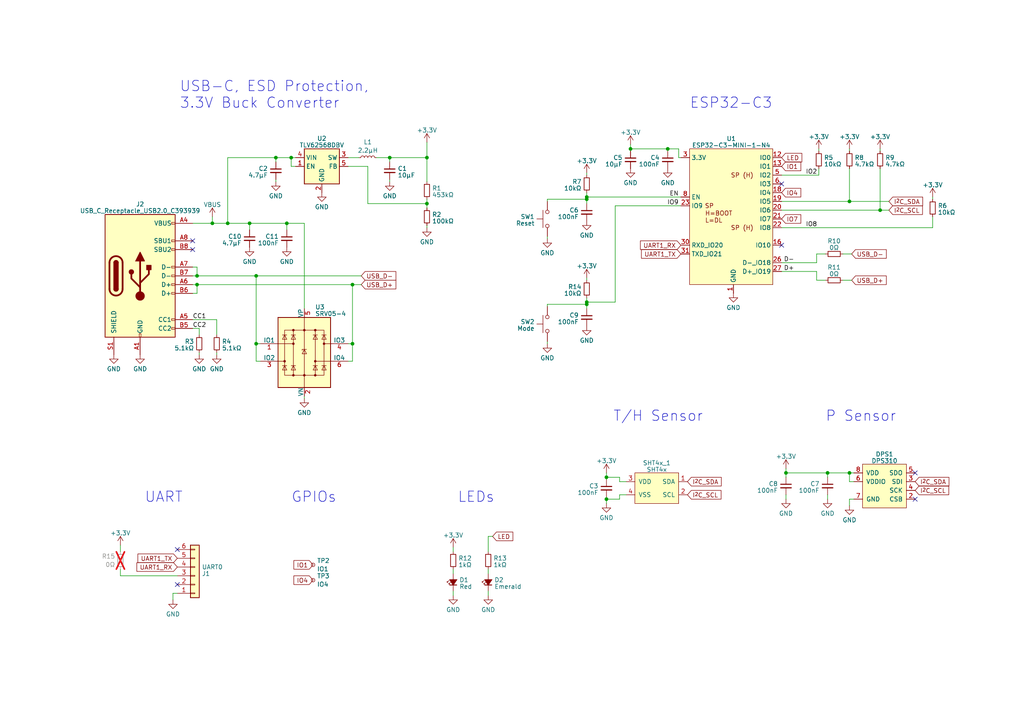
<source format=kicad_sch>
(kicad_sch (version 20230121) (generator eeschema)
  (paper "A4")
  (title_block (title "Klimafaktoren") (rev "A"))
  (lib_symbols
    (symbol "Connector:TestPoint_Small" (pin_numbers hide) (pin_names (offset 0.762) hide)
      (property "Reference" "TP" (at 0 3.81 0))
      (property "Value" "TestPoint_Small" (at 0 2.032 0))
      (symbol "TestPoint_Small_0_1"
        (circle (center 0 0) (radius 0.508))
      )
      (symbol "TestPoint_Small_1_1"
        (pin passive line (at 0 0 90) (length 0) (name "1") (number "1"))
      )
    )
    (symbol "Connector_Generic:Conn_01x06" (pin_names (offset 1.016) hide)
      (property "Reference" "J" (at 0 7.62 0))
      (property "Value" "Conn_01x06" (at 0 -10.16 0))
      (symbol "Conn_01x06_1_1"
        (rectangle (start -1.27 -7.493) (end 0 -7.747) (stroke (width 0.1524)))
        (rectangle (start -1.27 -4.953) (end 0 -5.207) (stroke (width 0.1524)))
        (rectangle (start -1.27 -2.413) (end 0 -2.667) (stroke (width 0.1524)))
        (rectangle (start -1.27 0.127) (end 0 -0.127) (stroke (width 0.1524)))
        (rectangle (start -1.27 2.667) (end 0 2.413) (stroke (width 0.1524)))
        (rectangle (start -1.27 5.207) (end 0 4.953) (stroke (width 0.1524)))
        (rectangle (start -1.27 6.35) (end 1.27 -8.89) (stroke (width 0.254)) (fill (type background)))
        (pin passive line (at -5.08 5.08 0) (length 3.81) (name "Pin_1") (number "1"))
        (pin passive line (at -5.08 2.54 0) (length 3.81) (name "Pin_2") (number "2"))
        (pin passive line (at -5.08 0 0) (length 3.81) (name "Pin_3") (number "3"))
        (pin passive line (at -5.08 -2.54 0) (length 3.81) (name "Pin_4") (number "4"))
        (pin passive line (at -5.08 -5.08 0) (length 3.81) (name "Pin_5") (number "5"))
        (pin passive line (at -5.08 -7.62 0) (length 3.81) (name "Pin_6") (number "6"))
      )
    )
    (symbol "Device:C_Small" (pin_numbers hide) (pin_names (offset 0.254) hide)
      (property "Reference" "C" (at 0.254 1.778 0))
      (property "Value" "C_Small" (at 0.254 -2.032 0))
      (symbol "C_Small_0_1"
        (polyline (pts (xy -1.524 -0.508) (xy 1.524 -0.508)) (stroke (width 0.3302)))
        (polyline (pts (xy -1.524 0.508) (xy 1.524 0.508)) (stroke (width 0.3048)))
      )
      (symbol "C_Small_1_1"
        (pin passive line (at 0 2.54 270) (length 2.032) (name "~") (number "1"))
        (pin passive line (at 0 -2.54 90) (length 2.032) (name "~") (number "2"))
      )
    )
    (symbol "Device:LED_Small_Filled" (pin_numbers hide) (pin_names (offset 0.254) hide)
      (property "Reference" "D" (at -1.27 3.175 0))
      (property "Value" "LED_Small_Filled" (at -4.445 -2.54 0))
      (symbol "LED_Small_Filled_0_1"
        (polyline (pts (xy -0.762 -1.016) (xy -0.762 1.016)) (stroke (width 0.254)))
        (polyline (pts (xy 1.016 0) (xy -0.762 0)))
        (polyline (pts (xy 0.762 -1.016) (xy -0.762 0) (xy 0.762 1.016) (xy 0.762 -1.016)) (stroke (width 0.254)) (fill (type outline)))
        (polyline (pts (xy 0 0.762) (xy -0.508 1.27) (xy -0.254 1.27) (xy -0.508 1.27) (xy -0.508 1.016)))
        (polyline (pts (xy 0.508 1.27) (xy 0 1.778) (xy 0.254 1.778) (xy 0 1.778) (xy 0 1.524)))
      )
      (symbol "LED_Small_Filled_1_1"
        (pin passive line (at -2.54 0 0) (length 1.778) (name "K") (number "1"))
        (pin passive line (at 2.54 0 180) (length 1.778) (name "A") (number "2"))
      )
    )
    (symbol "Device:L_Small" (pin_numbers hide) (pin_names (offset 0.254) hide)
      (property "Reference" "L" (at 0.762 1.016 0))
      (property "Value" "L_Small" (at 0.762 -1.016 0))
      (symbol "L_Small_0_1"
        (arc (start 0 -2.032) (mid 0.5058 -1.524) (end 0 -1.016))
        (arc (start 0 -1.016) (mid 0.5058 -0.508) (end 0 0))
        (arc (start 0 0) (mid 0.5058 0.508) (end 0 1.016))
        (arc (start 0 1.016) (mid 0.5058 1.524) (end 0 2.032))
      )
      (symbol "L_Small_1_1"
        (pin passive line (at 0 2.54 270) (length 0.508) (name "~") (number "1"))
        (pin passive line (at 0 -2.54 90) (length 0.508) (name "~") (number "2"))
      )
    )
    (symbol "Device:R_Small" (pin_numbers hide) (pin_names (offset 0.254) hide)
      (property "Reference" "R" (at 0.762 0.508 0))
      (property "Value" "R_Small" (at 0.762 -1.016 0))
      (symbol "R_Small_0_1"
        (rectangle (start -0.762 1.778) (end 0.762 -1.778) (stroke (width 0.2032)))
      )
      (symbol "R_Small_1_1"
        (pin passive line (at 0 2.54 270) (length 0.762) (name "~") (number "1"))
        (pin passive line (at 0 -2.54 90) (length 0.762) (name "~") (number "2"))
      )
    )
    (symbol "Franz-Lib:DPS310" (pin_names (offset 1.016))
      (property "Reference" "DPS" (at 0 7.62 0))
      (property "Value" "DPS310" (at 0 -7.62 0))
      (symbol "DPS310_0_1"
        (rectangle (start -6.35 6.35) (end 6.35 -6.35) (fill (type background)))
      )
      (symbol "DPS310_1_1"
        (pin power_in line (at -8.89 -3.81 0) (length 2.54) hide (name "GND") (number "1"))
        (pin input line (at 8.89 -3.81 180) (length 2.54) (name "CSB") (number "2"))
        (pin input line (at 8.89 1.27 180) (length 2.54) (name "SDI") (number "3"))
        (pin input line (at 8.89 -1.27 180) (length 2.54) (name "SCK") (number "4"))
        (pin output line (at 8.89 3.81 180) (length 2.54) (name "SDO") (number "5"))
        (pin power_in line (at -8.89 1.27 0) (length 2.54) (name "VDDIO") (number "6"))
        (pin power_in line (at -8.89 -3.81 0) (length 2.54) (name "GND") (number "7"))
        (pin power_in line (at -8.89 3.81 0) (length 2.54) (name "VDD") (number "8"))
      )
    )
    (symbol "Franz-Lib:ESP32-C3-MINI-1-N4"
      (property "Reference" "U" (at 0 21.59 0))
      (property "Value" "ESP32-C3-MINI-1-N4" (at 0 19.05 0))
      (symbol "ESP32-C3-MINI-1-N4_0_0"
        (rectangle (start -12.7 16.51) (end 11.43 -22.86) (stroke (width 0.1524)) (fill (type background)))
      )
      (symbol "ESP32-C3-MINI-1-N4_1_0"
        (text "H=BOOT\nL=DL" (at -8.255 -3.175 0) (effects (font (size 1.27 1.27)) (justify left)))
        (text "SP" (at -6.985 0 0) (effects (font (size 1.27 1.27))))
        (text "SP (H)" (at 2.54 -6.35 0) (effects (font (size 1.27 1.27))))
        (text "SP (H)" (at 2.54 8.89 0) (effects (font (size 1.27 1.27))))
      )
      (symbol "ESP32-C3-MINI-1-N4_1_1"
        (pin power_in line (at 0 -25.4 90) (length 2.54) (name "GND") (number "1"))
        (pin no_connect line (at 6.35 -22.86 90) (length 2.54) hide (name "NC") (number "10"))
        (pin power_in line (at 0 -25.4 90) (length 2.54) hide (name "GND") (number "11"))
        (pin bidirectional line (at 13.97 13.97 180) (length 2.54) (name "IO0") (number "12"))
        (pin bidirectional line (at 13.97 11.43 180) (length 2.54) (name "IO1") (number "13"))
        (pin power_in line (at 0 -25.4 90) (length 2.54) hide (name "GND") (number "14"))
        (pin no_connect line (at 7.62 -22.86 90) (length 2.54) hide (name "NC") (number "15"))
        (pin bidirectional line (at 13.97 -11.43 180) (length 2.54) (name "IO10") (number "16"))
        (pin no_connect line (at 8.89 -22.86 90) (length 2.54) hide (name "NC") (number "17"))
        (pin bidirectional line (at 13.97 3.81 180) (length 2.54) (name "IO4") (number "18"))
        (pin bidirectional line (at 13.97 1.27 180) (length 2.54) (name "IO5") (number "19"))
        (pin power_in line (at 0 -25.4 90) (length 2.54) hide (name "GND") (number "2"))
        (pin bidirectional line (at 13.97 -1.27 180) (length 2.54) (name "IO6") (number "20"))
        (pin bidirectional line (at 13.97 -3.81 180) (length 2.54) (name "IO7") (number "21"))
        (pin bidirectional line (at 13.97 -6.35 180) (length 2.54) (name "IO8") (number "22"))
        (pin bidirectional line (at -15.24 0 0) (length 2.54) (name "IO9") (number "23"))
        (pin no_connect line (at 10.16 -22.86 90) (length 2.54) hide (name "NC") (number "24"))
        (pin no_connect line (at -10.16 -22.86 90) (length 2.54) hide (name "NC") (number "25"))
        (pin bidirectional line (at 13.97 -16.51 180) (length 2.54) (name "D-_IO18") (number "26"))
        (pin bidirectional line (at 13.97 -19.05 180) (length 2.54) (name "D+_IO19") (number "27"))
        (pin no_connect line (at -8.89 -22.86 90) (length 2.54) hide (name "NC") (number "28"))
        (pin no_connect line (at -7.62 -22.86 90) (length 2.54) hide (name "NC") (number "29"))
        (pin power_in line (at -15.24 13.97 0) (length 2.54) (name "3.3V") (number "3"))
        (pin bidirectional line (at -15.24 -11.43 0) (length 2.54) (name "RXD_IO20") (number "30"))
        (pin bidirectional line (at -15.24 -13.97 0) (length 2.54) (name "TXD_IO21") (number "31"))
        (pin no_connect line (at -6.35 -22.86 90) (length 2.54) hide (name "32") (number "32"))
        (pin no_connect line (at -5.08 -22.86 90) (length 2.54) hide (name "32") (number "33"))
        (pin no_connect line (at -3.81 -22.86 90) (length 2.54) hide (name "34") (number "34"))
        (pin no_connect line (at -2.54 -22.86 90) (length 2.54) hide (name "34") (number "35"))
        (pin no_connect line (at 2.54 -22.86 90) (length 2.54) hide (name "NC") (number "4"))
        (pin power_in line (at 0 -25.4 90) (length 2.54) hide (name "GND") (number "49"))
        (pin bidirectional line (at 13.97 8.89 180) (length 2.54) (name "IO2") (number "5"))
        (pin bidirectional line (at 13.97 6.35 180) (length 2.54) (name "IO3") (number "6"))
        (pin no_connect line (at 3.81 -22.86 90) (length 2.54) hide (name "NC") (number "7"))
        (pin input line (at -15.24 2.54 0) (length 2.54) (name "EN") (number "8"))
        (pin no_connect line (at 5.08 -22.86 90) (length 2.54) hide (name "NC") (number "9"))
      )
    )
    (symbol "Franz-Lib:SHT4x" (pin_names (offset 1.016))
      (property "Reference" "SHT4x_" (at 0 6.35 0))
      (property "Value" "SHT4x" (at 0 -5.08 0))
      (property "Footprint" "Franz-Lib:Sensirion_SHT4x" (at 0 0 0))
      (property "Datasheet" "https://www.mouser.de/datasheet/2/682/Sensirion_10272020_Datasheet_SHT4x-1919523.pdf" (at 0 0 0))
      (symbol "SHT4x_0_1"
        (rectangle (start -6.35 5.08) (end 6.35 -3.81) (fill (type background)))
      )
      (symbol "SHT4x_1_1"
        (pin bidirectional line (at 8.89 2.54 180) (length 2.54) (name "SDA") (number "1"))
        (pin input line (at 8.89 -1.27 180) (length 2.54) (name "SCL") (number "2"))
        (pin power_in line (at -8.89 2.54 0) (length 2.54) (name "VDD") (number "3"))
        (pin power_in line (at -8.89 -1.27 0) (length 2.54) (name "VSS") (number "4"))
      )
    )
    (symbol "Franz-Lib:USB_C_Receptacle_USB2.0_C393939" (pin_names (offset 1.016))
      (property "Reference" "J" (at -10.16 19.05 0))
      (property "Value" "USB_C_Receptacle_USB2.0_C393939" (at 19.05 19.05 0))
      (symbol "USB_C_Receptacle_USB2.0_C393939_0_0"
        (rectangle (start -0.254 -17.78) (end 0.254 -16.764))
        (rectangle (start 10.16 -14.986) (end 9.144 -15.494))
        (rectangle (start 10.16 -12.446) (end 9.144 -12.954))
        (rectangle (start 10.16 -4.826) (end 9.144 -5.334))
        (rectangle (start 10.16 -2.286) (end 9.144 -2.794))
        (rectangle (start 10.16 0.254) (end 9.144 -0.254))
        (rectangle (start 10.16 2.794) (end 9.144 2.286))
        (rectangle (start 10.16 7.874) (end 9.144 7.366))
        (rectangle (start 10.16 10.414) (end 9.144 9.906))
        (rectangle (start 10.16 15.494) (end 9.144 14.986))
      )
      (symbol "USB_C_Receptacle_USB2.0_C393939_0_1"
        (rectangle (start -10.16 17.78) (end 10.16 -17.78) (stroke (width 0.254)) (fill (type background)))
        (arc (start -8.89 -3.81) (mid -6.985 -5.7067) (end -5.08 -3.81) (stroke (width 0.508)))
        (arc (start -7.62 -3.81) (mid -6.985 -4.4423) (end -6.35 -3.81) (stroke (width 0.254)))
        (arc (start -7.62 -3.81) (mid -6.985 -4.4423) (end -6.35 -3.81) (stroke (width 0.254)) (fill (type outline)))
        (rectangle (start -7.62 -3.81) (end -6.35 3.81) (stroke (width 0.254)) (fill (type outline)))
        (arc (start -6.35 3.81) (mid -6.985 4.4423) (end -7.62 3.81) (stroke (width 0.254)))
        (arc (start -6.35 3.81) (mid -6.985 4.4423) (end -7.62 3.81) (stroke (width 0.254)) (fill (type outline)))
        (arc (start -5.08 3.81) (mid -6.985 5.7067) (end -8.89 3.81) (stroke (width 0.508)))
        (circle (center -2.54 1.143) (radius 0.635) (stroke (width 0.254)) (fill (type outline)))
        (circle (center 0 -5.842) (radius 1.27) (fill (type outline)))
        (polyline (pts (xy -8.89 -3.81) (xy -8.89 3.81)) (stroke (width 0.508)))
        (polyline (pts (xy -5.08 3.81) (xy -5.08 -3.81)) (stroke (width 0.508)))
        (polyline (pts (xy 0 -5.842) (xy 0 4.318)) (stroke (width 0.508)))
        (polyline (pts (xy 0 -3.302) (xy -2.54 -0.762) (xy -2.54 0.508)) (stroke (width 0.508)))
        (polyline (pts (xy 0 -2.032) (xy 2.54 0.508) (xy 2.54 1.778)) (stroke (width 0.508)))
        (polyline (pts (xy -1.27 4.318) (xy 0 6.858) (xy 1.27 4.318) (xy -1.27 4.318)) (stroke (width 0.254)) (fill (type outline)))
        (rectangle (start 1.905 1.778) (end 3.175 3.048) (stroke (width 0.254)) (fill (type outline)))
      )
      (symbol "USB_C_Receptacle_USB2.0_C393939_1_1"
        (pin passive line (at 0 -22.86 90) (length 5.08) (name "GND") (number "A1"))
        (pin passive line (at 0 -22.86 90) (length 5.08) hide (name "GND") (number "A12"))
        (pin passive line (at 15.24 15.24 180) (length 5.08) (name "VBUS") (number "A4"))
        (pin bidirectional line (at 15.24 -12.7 180) (length 5.08) (name "CC1") (number "A5"))
        (pin bidirectional line (at 15.24 -2.54 180) (length 5.08) (name "D+") (number "A6"))
        (pin bidirectional line (at 15.24 2.54 180) (length 5.08) (name "D-") (number "A7"))
        (pin bidirectional line (at 15.24 10.16 180) (length 5.08) (name "SBU1") (number "A8"))
        (pin passive line (at 15.24 15.24 180) (length 5.08) hide (name "VBUS") (number "A9"))
        (pin passive line (at 0 -22.86 90) (length 5.08) hide (name "GND") (number "B1"))
        (pin passive line (at 0 -22.86 90) (length 5.08) hide (name "GND") (number "B12"))
        (pin passive line (at 15.24 15.24 180) (length 5.08) hide (name "VBUS") (number "B4"))
        (pin bidirectional line (at 15.24 -15.24 180) (length 5.08) (name "CC2") (number "B5"))
        (pin bidirectional line (at 15.24 -5.08 180) (length 5.08) (name "D+") (number "B6"))
        (pin bidirectional line (at 15.24 0 180) (length 5.08) (name "D-") (number "B7"))
        (pin bidirectional line (at 15.24 7.62 180) (length 5.08) (name "SBU2") (number "B8"))
        (pin passive line (at 15.24 15.24 180) (length 5.08) hide (name "VBUS") (number "B9"))
        (pin passive line (at -7.62 -22.86 90) (length 5.08) (name "SHIELD") (number "S1"))
      )
    )
    (symbol "Power_Protection:SRV05-4" (pin_names (offset 0))
      (property "Reference" "U" (at -5.08 11.43 0))
      (property "Value" "SRV05-4" (at 2.54 11.43 0))
      (symbol "SRV05-4_0_0"
        (rectangle (start -5.715 6.477) (end 5.715 -6.604))
        (polyline (pts (xy -3.175 -6.604) (xy -3.175 6.477)))
        (polyline (pts (xy 3.175 6.477) (xy 3.175 -6.604)))
      )
      (symbol "SRV05-4_0_1"
        (rectangle (start -7.62 10.16) (end 7.62 -10.16) (stroke (width 0.254)) (fill (type background)))
        (circle (center -5.715 -2.54) (radius 0.2794) (fill (type outline)))
        (circle (center -3.175 -6.604) (radius 0.2794) (fill (type outline)))
        (circle (center -3.175 2.54) (radius 0.2794) (fill (type outline)))
        (circle (center -3.175 6.477) (radius 0.2794) (fill (type outline)))
        (circle (center 0 -6.604) (radius 0.2794) (fill (type outline)))
        (polyline (pts (xy -7.747 2.54) (xy -3.175 2.54)))
        (polyline (pts (xy -7.62 -2.54) (xy -5.715 -2.54)))
        (polyline (pts (xy -5.08 -3.81) (xy -6.35 -3.81)))
        (polyline (pts (xy -5.08 5.08) (xy -6.35 5.08)))
        (polyline (pts (xy -2.54 -3.81) (xy -3.81 -3.81)))
        (polyline (pts (xy -2.54 5.08) (xy -3.81 5.08)))
        (polyline (pts (xy 0 10.16) (xy 0 -10.16)))
        (polyline (pts (xy 3.81 -3.81) (xy 2.54 -3.81)))
        (polyline (pts (xy 3.81 5.08) (xy 2.54 5.08)))
        (polyline (pts (xy 6.35 -3.81) (xy 5.08 -3.81)))
        (polyline (pts (xy 6.35 5.08) (xy 5.08 5.08)))
        (polyline (pts (xy 7.62 -2.54) (xy 3.175 -2.54)))
        (polyline (pts (xy 7.62 2.54) (xy 5.715 2.54)))
        (polyline (pts (xy 0.635 0.889) (xy -0.635 0.889) (xy -0.635 0.635)))
        (polyline (pts (xy -5.08 -5.08) (xy -6.35 -5.08) (xy -5.715 -3.81) (xy -5.08 -5.08)))
        (polyline (pts (xy -5.08 3.81) (xy -6.35 3.81) (xy -5.715 5.08) (xy -5.08 3.81)))
        (polyline (pts (xy -2.54 -5.08) (xy -3.81 -5.08) (xy -3.175 -3.81) (xy -2.54 -5.08)))
        (polyline (pts (xy -2.54 3.81) (xy -3.81 3.81) (xy -3.175 5.08) (xy -2.54 3.81)))
        (polyline (pts (xy 0.635 -0.381) (xy -0.635 -0.381) (xy 0 0.889) (xy 0.635 -0.381)))
        (polyline (pts (xy 3.81 -5.08) (xy 2.54 -5.08) (xy 3.175 -3.81) (xy 3.81 -5.08)))
        (polyline (pts (xy 3.81 3.81) (xy 2.54 3.81) (xy 3.175 5.08) (xy 3.81 3.81)))
        (polyline (pts (xy 6.35 -5.08) (xy 5.08 -5.08) (xy 5.715 -3.81) (xy 6.35 -5.08)))
        (polyline (pts (xy 6.35 3.81) (xy 5.08 3.81) (xy 5.715 5.08) (xy 6.35 3.81)))
        (circle (center 0 6.477) (radius 0.2794) (fill (type outline)))
        (circle (center 3.175 -6.604) (radius 0.2794) (fill (type outline)))
        (circle (center 3.175 -2.54) (radius 0.2794) (fill (type outline)))
        (circle (center 3.175 6.477) (radius 0.2794) (fill (type outline)))
        (circle (center 5.715 2.54) (radius 0.2794) (fill (type outline)))
      )
      (symbol "SRV05-4_1_1"
        (pin passive line (at -12.7 2.54 0) (length 5.08) (name "IO1") (number "1"))
        (pin passive line (at 0 -12.7 90) (length 2.54) (name "VN") (number "2"))
        (pin passive line (at -12.7 -2.54 0) (length 5.08) (name "IO2") (number "3"))
        (pin passive line (at 12.7 2.54 180) (length 5.08) (name "IO3") (number "4"))
        (pin passive line (at 0 12.7 270) (length 2.54) (name "VP") (number "5"))
        (pin passive line (at 12.7 -2.54 180) (length 5.08) (name "IO4") (number "6"))
      )
    )
    (symbol "Regulator_Switching:TLV62568DBV"
      (property "Reference" "U" (at -5.08 6.35 0))
      (property "Value" "TLV62568DBV" (at 0 6.35 0))
      (symbol "TLV62568DBV_0_1"
        (rectangle (start -5.08 5.08) (end 5.08 -5.08) (stroke (width 0.254)) (fill (type background)))
      )
      (symbol "TLV62568DBV_1_1"
        (pin input line (at -7.62 0 0) (length 2.54) (name "EN") (number "1"))
        (pin power_in line (at 0 -7.62 90) (length 2.54) (name "GND") (number "2"))
        (pin power_out line (at 7.62 2.54 180) (length 2.54) (name "SW") (number "3"))
        (pin power_in line (at -7.62 2.54 0) (length 2.54) (name "VIN") (number "4"))
        (pin input line (at 7.62 0 180) (length 2.54) (name "FB") (number "5"))
      )
    )
    (symbol "Switch:SW_Push" (pin_numbers hide) (pin_names (offset 1.016) hide)
      (property "Reference" "SW" (at 0 8.89 0))
      (property "Value" "SW_Push" (at 0 6.35 0))
      (symbol "SW_Push_0_1"
        (circle (center -2.032 0) (radius 0.508))
        (polyline (pts (xy 0 1.27) (xy 0 3.048)))
        (polyline (pts (xy 2.54 1.27) (xy -2.54 1.27)))
        (circle (center 2.032 0) (radius 0.508))
        (pin passive line (at -5.08 0 0) (length 2.54) (name "1") (number "1"))
        (pin passive line (at 5.08 0 180) (length 2.54) (name "2") (number "2"))
      )
    )
    (symbol "power:+3.3V" (power) (pin_names (offset 0))
      (property "Value" "+3.3V" (at 0 3.556 0))
      (symbol "+3.3V_0_1"
        (polyline (pts (xy -0.762 1.27) (xy 0 2.54)))
        (polyline (pts (xy 0 0) (xy 0 2.54)))
        (polyline (pts (xy 0 2.54) (xy 0.762 1.27)))
      )
      (symbol "+3.3V_1_1"
        (pin power_in line (at 0 0 90) (length 0) hide (name "+3.3V") (number "1"))
      )
    )
    (symbol "power:GND" (power) (pin_names (offset 0))
      (property "Value" "GND" (at 0 -3.81 0))
      (symbol "GND_0_1"
        (polyline (pts (xy 0 0) (xy 0 -1.27) (xy 1.27 -1.27) (xy 0 -2.54) (xy -1.27 -1.27) (xy 0 -1.27)))
      )
      (symbol "GND_1_1"
        (pin power_in line (at 0 0 270) (length 0) hide (name "GND") (number "1"))
      )
    )
    (symbol "power:VBUS" (power) (pin_names (offset 0))
      (property "Value" "VBUS" (at 0 3.81 0))
      (symbol "VBUS_0_1"
        (polyline (pts (xy -0.762 1.27) (xy 0 2.54)))
        (polyline (pts (xy 0 0) (xy 0 2.54)))
        (polyline (pts (xy 0 2.54) (xy 0.762 1.27)))
      )
      (symbol "VBUS_1_1"
        (pin power_in line (at 0 0 90) (length 0) hide (name "VBUS") (number "1"))
      )
    )
  )
  (junction (at 72.39 64.77))
  (junction (at 240.03 137.16))
  (junction (at 246.38 137.16))
  (junction (at 57.15 80.01))
  (junction (at 123.825 45.72))
  (junction (at 193.675 43.18))
  (junction (at 170.18 88.265))
  (junction (at 170.18 57.15))
  (junction (at 113.03 45.72))
  (junction (at 80.01 45.72))
  (junction (at 66.04 64.77))
  (junction (at 74.295 99.695))
  (junction (at 84.455 45.72))
  (junction (at 182.88 43.18))
  (junction (at 246.38 58.42))
  (junction (at 227.965 137.16))
  (junction (at 102.235 82.55))
  (junction (at 170.18 87.63))
  (junction (at 74.295 80.01))
  (junction (at 61.595 64.77))
  (junction (at 175.895 144.78))
  (junction (at 175.895 138.43))
  (junction (at 83.185 64.77))
  (junction (at 170.18 57.785))
  (junction (at 102.235 99.695))
  (junction (at 123.825 59.055))
  (junction (at 255.27 60.96))
  (junction (at 57.15 82.55))
  (no_connect (at 51.435 159.385))
  (no_connect (at 55.88 69.85))
  (no_connect (at 51.435 169.545))
  (no_connect (at 226.695 71.12))
  (no_connect (at 226.695 53.34))
  (no_connect (at 265.43 144.78))
  (no_connect (at 55.88 72.39))
  (no_connect (at 265.43 137.16))
  (wire (pts (xy 170.18 87.63) (xy 178.435 87.63)))
  (wire (pts (xy 62.865 102.235) (xy 62.865 102.87)))
  (wire (pts (xy 57.15 85.09) (xy 57.15 82.55)))
  (wire (pts (xy 57.15 77.47) (xy 57.15 80.01)))
  (wire (pts (xy 74.295 80.01) (xy 104.775 80.01)))
  (wire (pts (xy 75.565 104.775) (xy 74.295 104.775)))
  (wire (pts (xy 100.965 45.72) (xy 104.14 45.72)))
  (wire (pts (xy 257.81 58.42) (xy 246.38 58.42)))
  (wire (pts (xy 237.49 43.18) (xy 237.49 43.815)))
  (wire (pts (xy 170.18 88.265) (xy 170.18 89.535)))
  (wire (pts (xy 246.38 137.16) (xy 247.65 137.16)))
  (wire (pts (xy 226.695 66.04) (xy 270.51 66.04)))
  (wire (pts (xy 131.445 158.75) (xy 131.445 160.02)))
  (wire (pts (xy 170.18 50.165) (xy 170.18 50.8)))
  (wire (pts (xy 85.725 45.72) (xy 84.455 45.72)))
  (wire (pts (xy 247.65 139.7) (xy 246.38 139.7)))
  (wire (pts (xy 236.855 73.66) (xy 236.855 76.2)))
  (wire (pts (xy 270.51 66.04) (xy 270.51 62.865)))
  (wire (pts (xy 158.75 68.58) (xy 158.75 69.215)))
  (wire (pts (xy 181.61 139.7) (xy 179.705 139.7)))
  (wire (pts (xy 106.68 48.26) (xy 106.68 59.055)))
  (wire (pts (xy 170.18 55.88) (xy 170.18 57.15)))
  (wire (pts (xy 88.265 114.935) (xy 88.265 115.57)))
  (wire (pts (xy 158.75 99.06) (xy 158.75 99.695)))
  (wire (pts (xy 55.88 82.55) (xy 57.15 82.55)))
  (wire (pts (xy 80.01 45.72) (xy 84.455 45.72)))
  (wire (pts (xy 84.455 48.26) (xy 85.725 48.26)))
  (wire (pts (xy 83.185 64.77) (xy 88.265 64.77)))
  (wire (pts (xy 57.15 82.55) (xy 102.235 82.55)))
  (wire (pts (xy 34.925 158.115) (xy 34.925 160.02)))
  (wire (pts (xy 72.39 64.77) (xy 83.185 64.77)))
  (wire (pts (xy 227.965 135.89) (xy 227.965 137.16)))
  (wire (pts (xy 102.235 82.55) (xy 104.775 82.55)))
  (wire (pts (xy 74.295 99.695) (xy 74.295 104.775)))
  (wire (pts (xy 88.265 64.77) (xy 88.265 89.535)))
  (wire (pts (xy 182.88 41.91) (xy 182.88 43.18)))
  (wire (pts (xy 170.18 57.15) (xy 170.18 57.785)))
  (wire (pts (xy 246.38 139.7) (xy 246.38 137.16)))
  (wire (pts (xy 175.895 144.78) (xy 175.895 146.05)))
  (wire (pts (xy 51.435 172.085) (xy 50.165 172.085)))
  (wire (pts (xy 55.88 85.09) (xy 57.15 85.09)))
  (wire (pts (xy 178.435 87.63) (xy 178.435 59.69)))
  (wire (pts (xy 57.15 80.01) (xy 74.295 80.01)))
  (wire (pts (xy 66.04 45.72) (xy 66.04 64.77)))
  (wire (pts (xy 113.03 45.72) (xy 113.03 46.99)))
  (wire (pts (xy 179.705 143.51) (xy 179.705 144.78)))
  (wire (pts (xy 100.965 48.26) (xy 106.68 48.26)))
  (wire (pts (xy 179.705 138.43) (xy 175.895 138.43)))
  (wire (pts (xy 239.395 81.28) (xy 236.855 81.28)))
  (wire (pts (xy 123.825 57.785) (xy 123.825 59.055)))
  (wire (pts (xy 170.18 87.63) (xy 170.18 88.265)))
  (wire (pts (xy 240.03 137.16) (xy 246.38 137.16)))
  (wire (pts (xy 193.675 43.18) (xy 193.675 43.815)))
  (wire (pts (xy 247.015 73.66) (xy 244.475 73.66)))
  (wire (pts (xy 236.855 76.2) (xy 226.695 76.2)))
  (wire (pts (xy 66.04 45.72) (xy 80.01 45.72)))
  (wire (pts (xy 170.18 57.15) (xy 197.485 57.15)))
  (wire (pts (xy 227.965 137.16) (xy 240.03 137.16)))
  (wire (pts (xy 257.81 60.96) (xy 255.27 60.96)))
  (wire (pts (xy 175.895 138.43) (xy 175.895 139.065)))
  (wire (pts (xy 34.925 165.1) (xy 34.925 167.005)))
  (wire (pts (xy 181.61 143.51) (xy 179.705 143.51)))
  (wire (pts (xy 123.825 59.055) (xy 123.825 60.325)))
  (wire (pts (xy 102.235 104.775) (xy 102.235 99.695)))
  (wire (pts (xy 131.445 165.1) (xy 131.445 166.37)))
  (wire (pts (xy 141.605 155.575) (xy 141.605 160.02)))
  (wire (pts (xy 61.595 62.865) (xy 61.595 64.77)))
  (wire (pts (xy 131.445 171.45) (xy 131.445 172.72)))
  (wire (pts (xy 123.825 65.405) (xy 123.825 66.04)))
  (wire (pts (xy 100.965 99.695) (xy 102.235 99.695)))
  (wire (pts (xy 55.88 92.71) (xy 62.865 92.71)))
  (wire (pts (xy 113.03 52.07) (xy 113.03 52.705)))
  (wire (pts (xy 227.965 143.51) (xy 227.965 144.78)))
  (wire (pts (xy 61.595 64.77) (xy 66.04 64.77)))
  (wire (pts (xy 246.38 146.685) (xy 246.38 144.78)))
  (wire (pts (xy 179.705 139.7) (xy 179.705 138.43)))
  (wire (pts (xy 170.18 57.785) (xy 170.18 59.055)))
  (wire (pts (xy 100.965 104.775) (xy 102.235 104.775)))
  (wire (pts (xy 102.235 82.55) (xy 102.235 99.695)))
  (wire (pts (xy 182.88 43.18) (xy 193.675 43.18)))
  (wire (pts (xy 170.18 80.645) (xy 170.18 81.28)))
  (wire (pts (xy 236.855 81.28) (xy 236.855 78.74)))
  (wire (pts (xy 175.895 144.145) (xy 175.895 144.78)))
  (wire (pts (xy 196.85 45.72) (xy 197.485 45.72)))
  (wire (pts (xy 55.88 77.47) (xy 57.15 77.47)))
  (wire (pts (xy 74.295 99.695) (xy 75.565 99.695)))
  (wire (pts (xy 255.27 43.18) (xy 255.27 43.815)))
  (wire (pts (xy 227.965 137.16) (xy 227.965 138.43)))
  (wire (pts (xy 240.03 137.16) (xy 240.03 138.43)))
  (wire (pts (xy 196.85 43.18) (xy 196.85 45.72)))
  (wire (pts (xy 255.27 48.895) (xy 255.27 60.96)))
  (wire (pts (xy 123.825 45.72) (xy 123.825 41.275)))
  (wire (pts (xy 175.895 137.16) (xy 175.895 138.43)))
  (wire (pts (xy 170.18 86.36) (xy 170.18 87.63)))
  (wire (pts (xy 170.18 57.785) (xy 158.75 57.785)))
  (wire (pts (xy 246.38 43.18) (xy 246.38 43.815)))
  (wire (pts (xy 55.88 64.77) (xy 61.595 64.77)))
  (wire (pts (xy 158.75 57.785) (xy 158.75 58.42)))
  (wire (pts (xy 237.49 48.895) (xy 237.49 50.8)))
  (wire (pts (xy 80.01 52.07) (xy 80.01 52.705)))
  (wire (pts (xy 226.695 50.8) (xy 237.49 50.8)))
  (wire (pts (xy 270.51 57.15) (xy 270.51 57.785)))
  (wire (pts (xy 72.39 64.77) (xy 66.04 64.77)))
  (wire (pts (xy 179.705 144.78) (xy 175.895 144.78)))
  (wire (pts (xy 55.88 80.01) (xy 57.15 80.01)))
  (wire (pts (xy 74.295 80.01) (xy 74.295 99.695)))
  (wire (pts (xy 141.605 165.1) (xy 141.605 166.37)))
  (wire (pts (xy 246.38 144.78) (xy 247.65 144.78)))
  (wire (pts (xy 57.785 102.235) (xy 57.785 102.87)))
  (wire (pts (xy 80.01 45.72) (xy 80.01 46.99)))
  (wire (pts (xy 83.185 64.77) (xy 83.185 66.675)))
  (wire (pts (xy 158.75 88.265) (xy 158.75 88.9)))
  (wire (pts (xy 113.03 45.72) (xy 123.825 45.72)))
  (wire (pts (xy 240.03 143.51) (xy 240.03 144.78)))
  (wire (pts (xy 178.435 59.69) (xy 197.485 59.69)))
  (wire (pts (xy 84.455 45.72) (xy 84.455 48.26)))
  (wire (pts (xy 236.855 78.74) (xy 226.695 78.74)))
  (wire (pts (xy 62.865 92.71) (xy 62.865 97.155)))
  (wire (pts (xy 57.785 97.155) (xy 57.785 95.25)))
  (wire (pts (xy 226.695 60.96) (xy 255.27 60.96)))
  (wire (pts (xy 226.695 58.42) (xy 246.38 58.42)))
  (wire (pts (xy 196.85 43.18) (xy 193.675 43.18)))
  (wire (pts (xy 34.925 167.005) (xy 51.435 167.005)))
  (wire (pts (xy 72.39 64.77) (xy 72.39 66.675)))
  (wire (pts (xy 57.785 95.25) (xy 55.88 95.25)))
  (wire (pts (xy 109.22 45.72) (xy 113.03 45.72)))
  (wire (pts (xy 170.18 88.265) (xy 158.75 88.265)))
  (wire (pts (xy 182.88 43.815) (xy 182.88 43.18)))
  (wire (pts (xy 50.165 172.085) (xy 50.165 173.99)))
  (wire (pts (xy 247.015 81.28) (xy 244.475 81.28)))
  (wire (pts (xy 106.68 59.055) (xy 123.825 59.055)))
  (wire (pts (xy 123.825 45.72) (xy 123.825 52.705)))
  (wire (pts (xy 236.855 73.66) (xy 239.395 73.66)))
  (wire (pts (xy 141.605 171.45) (xy 141.605 172.72)))
  (wire (pts (xy 246.38 48.895) (xy 246.38 58.42)))
  (wire (pts (xy 142.875 155.575) (xy 141.605 155.575)))
  (text "P Sensor" (at 239.395 122.555 0) (effects (font (size 3 3)) (justify left bottom)))
  (text "UART" (at 41.91 146.05 0) (effects (font (size 3 3)) (justify left bottom)))
  (text "USB-C, ESD Protection,\n3.3V Buck Converter" (at 52.07 31.75 0) (effects (font (size 3 3)) (justify left bottom)))
  (text "LEDs" (at 132.715 146.05 0) (effects (font (size 3 3)) (justify left bottom)))
  (text "GPIOs" (at 84.455 146.05 0) (effects (font (size 3 3)) (justify left bottom)))
  (text "ESP32-C3" (at 200.025 31.75 0) (effects (font (size 3 3)) (justify left bottom)))
  (text "T/H Sensor" (at 177.8 122.555 0) (effects (font (size 3 3)) (justify left bottom)))
  (label "IO8" (at 233.68 66.04 0))
  (label "CC1" (at 55.88 92.71 0))
  (label "D+" (at 227.33 78.74 0))
  (label "IO9" (at 196.85 59.69 180))
  (label "IO2" (at 233.68 50.8 0))
  (label "D-" (at 227.33 76.2 0))
  (label "EN" (at 196.85 57.15 180))
  (label "CC2" (at 55.88 95.25 0))
  (global_label "USB_D-" (shape input) (at 104.775 80.01 0) (property "Intersheetrefs" "${INTERSHEET_REFS}" (effects hide)))
  (global_label "USB_D+" (shape input) (at 104.775 82.55 0) (property "Intersheetrefs" "${INTERSHEET_REFS}" (effects hide)))
  (global_label "UART1_RX" (shape input) (at 197.485 71.12 180) (property "Intersheetrefs" "${INTERSHEET_REFS}" (effects hide)))
  (global_label "LED" (shape input) (at 226.695 45.72 0) (property "Intersheetrefs" "${INTERSHEET_REFS}" (effects hide)))
  (global_label "UART1_TX" (shape input) (at 51.435 161.925 180) (property "Intersheetrefs" "${INTERSHEET_REFS}" (effects hide)))
  (global_label "IO1" (shape input) (at 226.695 48.26 0) (property "Intersheetrefs" "${INTERSHEET_REFS}" (effects hide)))
  (global_label "I^{2}C_SDA" (shape input) (at 199.39 139.7 0) (property "Intersheetrefs" "${INTERSHEET_REFS}" (effects hide)))
  (global_label "IO7" (shape input) (at 226.695 63.5 0) (property "Intersheetrefs" "${INTERSHEET_REFS}" (effects hide)))
  (global_label "UART1_RX" (shape input) (at 51.435 164.465 180) (property "Intersheetrefs" "${INTERSHEET_REFS}" (effects hide)))
  (global_label "LED" (shape input) (at 142.875 155.575 0) (property "Intersheetrefs" "${INTERSHEET_REFS}" (effects hide)))
  (global_label "I^{2}C_SCL" (shape input) (at 199.39 143.51 0) (property "Intersheetrefs" "${INTERSHEET_REFS}" (effects hide)))
  (global_label "IO4" (shape input) (at 90.805 168.275 180) (property "Intersheetrefs" "${INTERSHEET_REFS}" (effects hide)))
  (global_label "I^{2}C_SCL" (shape input) (at 257.81 60.96 0) (property "Intersheetrefs" "${INTERSHEET_REFS}" (effects hide)))
  (global_label "I^{2}C_SCL" (shape input) (at 265.43 142.24 0) (property "Intersheetrefs" "${INTERSHEET_REFS}" (effects hide)))
  (global_label "USB_D-" (shape input) (at 247.015 73.66 0) (property "Intersheetrefs" "${INTERSHEET_REFS}" (effects hide)))
  (global_label "IO1" (shape input) (at 90.805 163.83 180) (property "Intersheetrefs" "${INTERSHEET_REFS}" (effects hide)))
  (global_label "UART1_TX" (shape input) (at 197.485 73.66 180) (property "Intersheetrefs" "${INTERSHEET_REFS}" (effects hide)))
  (global_label "USB_D+" (shape input) (at 247.015 81.28 0) (property "Intersheetrefs" "${INTERSHEET_REFS}" (effects hide)))
  (global_label "IO4" (shape input) (at 226.695 55.88 0) (property "Intersheetrefs" "${INTERSHEET_REFS}" (effects hide)))
  (global_label "I^{2}C_SDA" (shape input) (at 265.43 139.7 0) (property "Intersheetrefs" "${INTERSHEET_REFS}" (effects hide)))
  (global_label "I^{2}C_SDA" (shape input) (at 257.81 58.42 0) (property "Intersheetrefs" "${INTERSHEET_REFS}" (effects hide)))
  (symbol (lib_id "Device:LED_Small_Filled") (at 131.445 168.91 90) (unit 1)
    (property "Reference" "D1" (at 133.223 168.2028 90) (effects (justify right)))
    (property "Value" "Red" (at 133.223 170.1238 90) (effects (justify right)))
    (property "Footprint" "Franz-Lib:LED_0603_1608Metric_SmallSilk" (effects hide))
  )
  (symbol (lib_id "Device:C_Small") (at 182.88 46.355 0) (mirror y) (unit 1)
    (property "Reference" "C5" (at 180.5559 45.7176 0) (effects (justify left)))
    (property "Value" "10µF" (at 180.5559 47.6386 0) (effects (justify left)))
    (property "Footprint" "Franz-Lib:C_0603_1608Metric_NoSilk" (effects hide))
  )
  (symbol (lib_id "power:+3.3V") (at 34.925 158.115 0) (unit 1)
    (property "Reference" "#PWR04" (effects hide))
    (property "Value" "+3.3V" (at 34.925 154.6131 0))
  )
  (symbol (lib_id "Device:L_Small") (at 106.68 45.72 90) (unit 1)
    (property "Reference" "L1" (at 106.68 41.1969 90))
    (property "Value" "2.2µH" (at 106.68 43.6211 90))
    (property "Footprint" "Franz-Lib:L_FNR3015S" (effects hide))
    (property "LCSC" "C167747" (effects hide))
  )
  (symbol (lib_id "power:+3.3V") (at 227.965 135.89 0) (unit 1)
    (property "Reference" "#PWR025" (effects hide))
    (property "Value" "+3.3V" (at 227.965 132.3881 0))
  )
  (symbol (lib_id "Device:R_Small") (at 170.18 83.82 0) (unit 1)
    (property "Reference" "R14" (at 168.6814 83.1763 0) (effects (justify right)))
    (property "Value" "10kΩ" (at 168.6814 85.0973 0) (effects (justify right)))
    (property "Footprint" "Franz-Lib:R_0402_1005Metric_NoSilk" (effects hide))
  )
  (symbol (lib_id "Device:R_Small") (at 123.825 62.865 0) (unit 1)
    (property "Reference" "R2" (at 125.3236 62.2213 0) (effects (justify left)))
    (property "Value" "100kΩ" (at 125.3236 64.1423 0) (effects (justify left)))
    (property "Footprint" "Franz-Lib:R_0402_1005Metric_NoSilk" (effects hide))
  )
  (symbol (lib_id "Regulator_Switching:TLV62568DBV") (at 93.345 48.26 0) (unit 1)
    (property "Reference" "U2" (at 93.345 40.1701 0))
    (property "Value" "TLV62568DBV" (at 93.345 42.0911 0))
    (property "Footprint" "Franz-Lib:SOT-23-5_NoSilk" (effects hide))
    (property "Datasheet" "http://www.ti.com/lit/ds/symlink/tlv62568.pdf" (effects hide))
    (property "LCSC" "C163219" (effects hide))
  )
  (symbol (lib_id "Power_Protection:SRV05-4") (at 88.265 102.235 0) (unit 1)
    (property "Reference" "U3" (at 91.4147 89.0651 0) (effects (justify left)))
    (property "Value" "SRV05-4" (at 91.4147 90.9861 0) (effects (justify left)))
    (property "Footprint" "Franz-Lib:SOT-23-6_NoSilk" (effects hide))
    (property "Datasheet" "http://www.onsemi.com/pub/Collateral/SRV05-4-D.PDF" (effects hide))
    (property "LCSC" "C7420376" (effects hide))
  )
  (symbol (lib_id "Device:C_Small") (at 193.675 46.355 0) (unit 1)
    (property "Reference" "C4" (at 191.351 45.7176 0) (effects (justify right)))
    (property "Value" "100nF" (at 191.351 47.6386 0) (effects (justify right)))
    (property "Footprint" "Franz-Lib:C_0402_1005Metric_NoSilk" (effects hide))
  )
  (symbol (lib_id "power:GND") (at 212.725 85.09 0) (unit 1)
    (property "Reference" "#PWR01" (effects hide))
    (property "Value" "GND" (at 212.725 89.2255 0))
  )
  (symbol (lib_id "power:GND") (at 88.265 115.57 0) (mirror y) (unit 1)
    (property "Reference" "#PWR037" (effects hide))
    (property "Value" "GND" (at 88.265 119.7055 0))
  )
  (symbol (lib_id "Device:R_Small") (at 141.605 162.56 0) (unit 1)
    (property "Reference" "R13" (at 143.1036 161.9163 0) (effects (justify left)))
    (property "Value" "1kΩ" (at 143.1036 163.8373 0) (effects (justify left)))
    (property "Footprint" "Franz-Lib:R_0402_1005Metric_NoSilk" (effects hide))
  )
  (symbol (lib_id "power:+3.3V") (at 246.38 43.18 0) (unit 1)
    (property "Reference" "#PWR023" (effects hide))
    (property "Value" "+3.3V" (at 246.38 39.6781 0))
  )
  (symbol (lib_id "Connector:TestPoint_Small") (at 90.805 163.83 270) (unit 1)
    (property "Reference" "TP2" (at 91.948 162.6179 90) (effects (justify left)))
    (property "Value" "IO1" (at 91.948 165.0421 90) (effects (justify left)))
    (property "Footprint" "Franz-Lib:TestPoint_Pad_D1.0mm_NoSIlk" (effects hide))
  )
  (symbol (lib_id "Device:R_Small") (at 123.825 55.245 0) (unit 1)
    (property "Reference" "R1" (at 125.3236 54.6013 0) (effects (justify left)))
    (property "Value" "453kΩ" (at 125.3236 56.5223 0) (effects (justify left)))
    (property "Footprint" "Franz-Lib:R_0402_1005Metric_NoSilk" (effects hide))
  )
  (symbol (lib_id "power:GND") (at 40.64 102.87 0) (unit 1)
    (property "Reference" "#PWR06" (effects hide))
    (property "Value" "GND" (at 40.64 107.0055 0))
  )
  (symbol (lib_id "Device:R_Small") (at 57.785 99.695 0) (unit 1)
    (property "Reference" "R3" (at 56.2864 99.0513 0) (effects (justify right)))
    (property "Value" "5.1kΩ" (at 56.2864 100.9723 0) (effects (justify right)))
    (property "Footprint" "Franz-Lib:R_0402_1005Metric_NoSilk" (effects hide))
  )
  (symbol (lib_id "Device:R_Small") (at 170.18 53.34 0) (unit 1)
    (property "Reference" "R7" (at 168.6814 52.6963 0) (effects (justify right)))
    (property "Value" "10kΩ" (at 168.6814 54.6173 0) (effects (justify right)))
    (property "Footprint" "Franz-Lib:R_0402_1005Metric_NoSilk" (effects hide))
  )
  (symbol (lib_id "Device:LED_Small_Filled") (at 141.605 168.91 90) (unit 1)
    (property "Reference" "D2" (at 143.383 168.2028 90) (effects (justify right)))
    (property "Value" "Emerald" (at 143.383 170.1238 90) (effects (justify right)))
    (property "Footprint" "Franz-Lib:LED_0603_1608Metric_SmallSilk" (effects hide))
  )
  (symbol (lib_id "power:GND") (at 57.785 102.87 0) (mirror y) (unit 1)
    (property "Reference" "#PWR011" (effects hide))
    (property "Value" "GND" (at 57.785 107.0055 0))
  )
  (symbol (lib_id "power:GND") (at 83.185 71.755 0) (mirror y) (unit 1)
    (property "Reference" "#PWR039" (effects hide))
    (property "Value" "GND" (at 83.185 75.8905 0))
  )
  (symbol (lib_id "power:GND") (at 227.965 144.78 0) (unit 1)
    (property "Reference" "#PWR026" (effects hide))
    (property "Value" "GND" (at 227.965 148.9155 0))
  )
  (symbol (lib_id "power:GND") (at 50.165 173.99 0) (unit 1)
    (property "Reference" "#PWR03" (effects hide))
    (property "Value" "GND" (at 50.165 178.1255 0))
  )
  (symbol (lib_id "power:GND") (at 62.865 102.87 0) (mirror y) (unit 1)
    (property "Reference" "#PWR012" (effects hide))
    (property "Value" "GND" (at 62.865 107.0055 0))
  )
  (symbol (lib_id "Device:C_Small") (at 170.18 61.595 0) (unit 1)
    (property "Reference" "C6" (at 167.856 60.9576 0) (effects (justify right)))
    (property "Value" "100nF" (at 167.856 62.8786 0) (effects (justify right)))
    (property "Footprint" "Franz-Lib:C_0402_1005Metric_NoSilk" (effects hide))
  )
  (symbol (lib_id "Switch:SW_Push") (at 158.75 63.5 90) (unit 1)
    (property "Reference" "SW1" (at 155.067 62.8563 90) (effects (justify left)))
    (property "Value" "Reset" (at 155.067 64.7773 90) (effects (justify left)))
    (property "Footprint" "Franz-Lib:TS-1187A-B-A-B" (effects hide))
    (property "Datasheet" "https://datasheet.lcsc.com/lcsc/2304140030_XKB-Connectivity-TS-1187A-B-A-B_C318884.pdf" (effects hide))
    (property "LCSC" "C318884" (effects hide))
  )
  (symbol (lib_id "power:GND") (at 170.18 94.615 0) (mirror y) (unit 1)
    (property "Reference" "#PWR034" (effects hide))
    (property "Value" "GND" (at 170.18 98.7505 0))
  )
  (symbol (lib_id "Device:R_Small") (at 270.51 60.325 0) (mirror y) (unit 1)
    (property "Reference" "R6" (at 272.0086 59.6813 0) (effects (justify right)))
    (property "Value" "10kΩ" (at 272.0086 61.6023 0) (effects (justify right)))
    (property "Footprint" "Franz-Lib:R_0402_1005Metric_NoSilk" (effects hide))
  )
  (symbol (lib_id "Device:R_Small") (at 241.935 73.66 90) (mirror x) (unit 1)
    (property "Reference" "R10" (at 241.935 69.9135 90))
    (property "Value" "0Ω" (at 241.935 71.8345 90))
    (property "Footprint" "Franz-Lib:R_0402_1005Metric_NoSilk" (effects hide))
  )
  (symbol (lib_id "power:+3.3V") (at 170.18 50.165 0) (unit 1)
    (property "Reference" "#PWR019" (effects hide))
    (property "Value" "+3.3V" (at 170.18 46.6631 0))
  )
  (symbol (lib_id "Device:C_Small") (at 83.185 69.215 0) (unit 1)
    (property "Reference" "C11" (at 80.861 68.5776 0) (effects (justify right)))
    (property "Value" "100nF" (at 80.861 70.4986 0) (effects (justify right)))
    (property "Footprint" "Franz-Lib:C_0402_1005Metric_NoSilk" (effects hide))
  )
  (symbol (lib_id "power:+3.3V") (at 123.825 41.275 0) (unit 1)
    (property "Reference" "#PWR08" (effects hide))
    (property "Value" "+3.3V" (at 123.825 37.7731 0))
  )
  (symbol (lib_id "power:GND") (at 131.445 172.72 0) (unit 1)
    (property "Reference" "#PWR029" (effects hide))
    (property "Value" "GND" (at 131.445 176.8555 0))
  )
  (symbol (lib_id "power:+3.3V") (at 237.49 43.18 0) (unit 1)
    (property "Reference" "#PWR014" (effects hide))
    (property "Value" "+3.3V" (at 237.49 39.6781 0))
  )
  (symbol (lib_id "Device:R_Small") (at 34.925 162.56 0) (mirror x) (unit 1) (in_bom no) (dnp yes)
    (property "Reference" "R15" (at 33.4264 161.3479 0) (effects (justify right)))
    (property "Value" "0Ω" (at 33.4264 163.7721 0) (effects (justify right)))
    (property "Footprint" "Franz-Lib:R_0402_1005Metric_NoSilk" (effects hide))
  )
  (symbol (lib_id "power:GND") (at 246.38 146.685 0) (unit 1)
    (property "Reference" "#PWR022" (effects hide))
    (property "Value" "GND" (at 246.38 150.8205 0))
  )
  (symbol (lib_id "power:GND") (at 72.39 71.755 0) (mirror y) (unit 1)
    (property "Reference" "#PWR038" (effects hide))
    (property "Value" "GND" (at 72.39 75.8905 0))
  )
  (symbol (lib_id "power:GND") (at 141.605 172.72 0) (unit 1)
    (property "Reference" "#PWR031" (effects hide))
    (property "Value" "GND" (at 141.605 176.8555 0))
  )
  (symbol (lib_id "Franz-Lib:USB_C_Receptacle_USB2.0_C393939") (at 40.64 80.01 0) (unit 1)
    (property "Reference" "J2" (at 40.64 59.2201 0))
    (property "Value" "USB_C_Receptacle_USB2.0_C393939" (at 40.64 61.1411 0))
    (property "Footprint" "Franz-Lib:USB_C_Receptacle_C313131_TYPE-C-31-M-12" (effects hide))
    (property "Datasheet" "https://parts.franz.science/data/media/1912111437_SHOU-HAN-TYPE-C16PIN_C393939.pdf" (effects hide))
    (property "LCSC" "C2927038" (effects hide))
  )
  (symbol (lib_id "Device:C_Small") (at 113.03 49.53 0) (unit 1)
    (property "Reference" "C1" (at 115.3541 48.8926 0) (effects (justify left)))
    (property "Value" "10µF" (at 115.3541 50.8136 0) (effects (justify left)))
    (property "Footprint" "Franz-Lib:C_0603_1608Metric_NoSilk" (effects hide))
  )
  (symbol (lib_id "Device:C_Small") (at 80.01 49.53 0) (unit 1)
    (property "Reference" "C2" (at 77.6859 48.8926 0) (effects (justify right)))
    (property "Value" "4.7µF" (at 77.6859 50.8136 0) (effects (justify right)))
    (property "Footprint" "Franz-Lib:C_0603_1608Metric_NoSilk" (effects hide))
  )
  (symbol (lib_id "power:+3.3V") (at 182.88 41.91 0) (unit 1)
    (property "Reference" "#PWR02" (effects hide))
    (property "Value" "+3.3V" (at 182.88 38.4081 0))
  )
  (symbol (lib_id "power:GND") (at 113.03 52.705 0) (unit 1)
    (property "Reference" "#PWR010" (effects hide))
    (property "Value" "GND" (at 113.03 56.8405 0))
  )
  (symbol (lib_id "Connector_Generic:Conn_01x06") (at 56.515 167.005 0) (mirror x) (unit 1) (in_bom no)
    (property "Reference" "J1" (at 58.547 166.3787 0) (effects (justify left)))
    (property "Value" "UART0" (at 58.547 164.4577 0) (effects (justify left)))
    (property "Footprint" "Franz-Lib:PinHeader_1x06_P2.54mm_NoSilk_No3D" (effects hide))
  )
  (symbol (lib_id "Device:R_Small") (at 62.865 99.695 0) (unit 1)
    (property "Reference" "R4" (at 64.3636 99.0513 0) (effects (justify left)))
    (property "Value" "5.1kΩ" (at 64.3636 100.9723 0) (effects (justify left)))
    (property "Footprint" "Franz-Lib:R_0402_1005Metric_NoSilk" (effects hide))
  )
  (symbol (lib_id "power:GND") (at 93.345 55.88 0) (unit 1)
    (property "Reference" "#PWR05" (effects hide))
    (property "Value" "GND" (at 93.345 60.0155 0))
  )
  (symbol (lib_id "power:GND") (at 158.75 69.215 0) (mirror y) (unit 1)
    (property "Reference" "#PWR028" (effects hide))
    (property "Value" "GND" (at 158.75 73.3505 0))
  )
  (symbol (lib_id "Device:R_Small") (at 241.935 81.28 90) (mirror x) (unit 1)
    (property "Reference" "R11" (at 241.935 77.5335 90))
    (property "Value" "0Ω" (at 241.935 79.4545 90))
    (property "Footprint" "Franz-Lib:R_0402_1005Metric_NoSilk" (effects hide))
  )
  (symbol (lib_id "Switch:SW_Push") (at 158.75 93.98 90) (unit 1)
    (property "Reference" "SW2" (at 155.067 93.3363 90) (effects (justify left)))
    (property "Value" "Mode" (at 155.067 95.2573 90) (effects (justify left)))
    (property "Footprint" "Franz-Lib:TS-1187A-B-A-B" (effects hide))
    (property "Datasheet" "https://datasheet.lcsc.com/lcsc/2304140030_XKB-Connectivity-TS-1187A-B-A-B_C318884.pdf" (effects hide))
    (property "LCSC" "C318884" (effects hide))
  )
  (symbol (lib_id "power:GND") (at 182.88 48.895 0) (mirror y) (unit 1)
    (property "Reference" "#PWR017" (effects hide))
    (property "Value" "GND" (at 182.88 53.0305 0))
  )
  (symbol (lib_id "power:GND") (at 240.03 144.78 0) (unit 1)
    (property "Reference" "#PWR024" (effects hide))
    (property "Value" "GND" (at 240.03 148.9155 0))
  )
  (symbol (lib_id "Device:C_Small") (at 72.39 69.215 0) (mirror y) (unit 1)
    (property "Reference" "C10" (at 70.0659 68.5776 0) (effects (justify left)))
    (property "Value" "4.7µF" (at 70.0659 70.4986 0) (effects (justify left)))
    (property "Footprint" "Franz-Lib:C_0603_1608Metric_NoSilk" (effects hide))
  )
  (symbol (lib_id "power:+3.3V") (at 170.18 80.645 0) (unit 1)
    (property "Reference" "#PWR033" (effects hide))
    (property "Value" "+3.3V" (at 170.18 77.1431 0))
  )
  (symbol (lib_id "Device:R_Small") (at 246.38 46.355 0) (mirror y) (unit 1)
    (property "Reference" "R8" (at 247.8786 45.7113 0) (effects (justify right)))
    (property "Value" "4.7kΩ" (at 247.8786 47.6323 0) (effects (justify right)))
    (property "Footprint" "Franz-Lib:R_0402_1005Metric_NoSilk" (effects hide))
  )
  (symbol (lib_id "power:GND") (at 170.18 64.135 0) (mirror y) (unit 1)
    (property "Reference" "#PWR018" (effects hide))
    (property "Value" "GND" (at 170.18 68.2705 0))
  )
  (symbol (lib_id "Franz-Lib:ESP32-C3-MINI-1-N4") (at 212.725 59.69 0) (unit 1)
    (property "Reference" "U1" (at 212.09 40.2209 0))
    (property "Value" "ESP32-C3-MINI-1-N4" (at 212.09 42.1419 0))
    (property "Footprint" "Franz-Lib:ESP32-PICO-MINI-02-N8R2" (effects hide))
    (property "Datasheet" "https://www.mouser.de/datasheet/2/891/esp32_c3_mini_1_datasheet_en-2578671.pdf" (effects hide))
    (property "LCSC" "C2838502" (effects hide))
  )
  (symbol (lib_id "Device:R_Small") (at 237.49 46.355 0) (mirror y) (unit 1)
    (property "Reference" "R5" (at 238.9886 45.7113 0) (effects (justify right)))
    (property "Value" "10kΩ" (at 238.9886 47.6323 0) (effects (justify right)))
    (property "Footprint" "Franz-Lib:R_0402_1005Metric_NoSilk" (effects hide))
  )
  (symbol (lib_id "power:GND") (at 123.825 66.04 0) (unit 1)
    (property "Reference" "#PWR09" (effects hide))
    (property "Value" "GND" (at 123.825 70.1755 0))
  )
  (symbol (lib_id "Device:C_Small") (at 175.895 141.605 0) (unit 1)
    (property "Reference" "C3" (at 173.5709 140.9676 0) (effects (justify right)))
    (property "Value" "100nF" (at 173.5709 142.8886 0) (effects (justify right)))
    (property "Footprint" "Franz-Lib:C_0402_1005Metric_NoSilk" (effects hide))
  )
  (symbol (lib_id "power:GND") (at 193.675 48.895 0) (mirror y) (unit 1)
    (property "Reference" "#PWR016" (effects hide))
    (property "Value" "GND" (at 193.675 53.0305 0))
  )
  (symbol (lib_id "power:GND") (at 158.75 99.695 0) (mirror y) (unit 1)
    (property "Reference" "#PWR032" (effects hide))
    (property "Value" "GND" (at 158.75 103.8305 0))
  )
  (symbol (lib_id "power:GND") (at 33.02 102.87 0) (unit 1)
    (property "Reference" "#PWR07" (effects hide))
    (property "Value" "GND" (at 33.02 107.0055 0))
  )
  (symbol (lib_id "power:VBUS") (at 61.595 62.865 0) (unit 1)
    (property "Reference" "#PWR035" (effects hide))
    (property "Value" "VBUS" (at 61.595 59.3631 0))
  )
  (symbol (lib_id "power:GND") (at 175.895 146.05 0) (unit 1)
    (property "Reference" "#PWR020" (effects hide))
    (property "Value" "GND" (at 175.895 150.1855 0))
  )
  (symbol (lib_id "Device:C_Small") (at 240.03 140.97 0) (unit 1)
    (property "Reference" "C7" (at 237.7059 140.3326 0) (effects (justify right)))
    (property "Value" "100nF" (at 237.7059 142.2536 0) (effects (justify right)))
    (property "Footprint" "Franz-Lib:C_0402_1005Metric_NoSilk" (effects hide))
  )
  (symbol (lib_id "Device:C_Small") (at 170.18 92.075 0) (unit 1)
    (property "Reference" "C9" (at 167.856 91.4376 0) (effects (justify right)))
    (property "Value" "100nF" (at 167.856 93.3586 0) (effects (justify right)))
    (property "Footprint" "Franz-Lib:C_0402_1005Metric_NoSilk" (effects hide))
  )
  (symbol (lib_id "Device:R_Small") (at 255.27 46.355 0) (mirror y) (unit 1)
    (property "Reference" "R9" (at 256.7686 45.7113 0) (effects (justify right)))
    (property "Value" "4.7kΩ" (at 256.7686 47.6323 0) (effects (justify right)))
    (property "Footprint" "Franz-Lib:R_0402_1005Metric_NoSilk" (effects hide))
  )
  (symbol (lib_id "power:+3.3V") (at 175.895 137.16 0) (unit 1)
    (property "Reference" "#PWR021" (effects hide))
    (property "Value" "+3.3V" (at 175.895 133.6581 0))
  )
  (symbol (lib_id "power:+3.3V") (at 270.51 57.15 0) (unit 1)
    (property "Reference" "#PWR015" (effects hide))
    (property "Value" "+3.3V" (at 270.51 53.6481 0))
  )
  (symbol (lib_id "power:+3.3V") (at 255.27 43.18 0) (unit 1)
    (property "Reference" "#PWR027" (effects hide))
    (property "Value" "+3.3V" (at 255.27 39.6781 0))
  )
  (symbol (lib_id "Device:R_Small") (at 131.445 162.56 0) (unit 1)
    (property "Reference" "R12" (at 132.9436 161.9163 0) (effects (justify left)))
    (property "Value" "1kΩ" (at 132.9436 163.8373 0) (effects (justify left)))
    (property "Footprint" "Franz-Lib:R_0402_1005Metric_NoSilk" (effects hide))
  )
  (symbol (lib_id "Connector:TestPoint_Small") (at 90.805 168.275 270) (unit 1)
    (property "Reference" "TP3" (at 91.948 167.0629 90) (effects (justify left)))
    (property "Value" "IO4" (at 91.948 169.4871 90) (effects (justify left)))
    (property "Footprint" "Franz-Lib:TestPoint_Pad_D1.0mm_NoSIlk" (effects hide))
  )
  (symbol (lib_id "power:GND") (at 80.01 52.705 0) (mirror y) (unit 1)
    (property "Reference" "#PWR013" (effects hide))
    (property "Value" "GND" (at 80.01 56.8405 0))
  )
  (symbol (lib_id "Franz-Lib:SHT4x") (at 190.5 142.24 0) (unit 1)
    (property "Reference" "SHT4x_1" (at 190.5 134.2771 0))
    (property "Value" "SHT4x" (at 190.5 136.1981 0))
    (property "Footprint" "Franz-Lib:Sensirion_SHT4x" (effects hide))
    (property "Datasheet" "https://www.mouser.de/datasheet/2/682/Sensirion_10272020_Datasheet_SHT4x-1919523.pdf" (effects hide))
    (property "LCSC" "C2909890" (effects hide))
  )
  (symbol (lib_id "Franz-Lib:DPS310") (at 256.54 140.97 0) (unit 1)
    (property "Reference" "DPS1" (at 256.54 131.7371 0))
    (property "Value" "DPS310" (at 256.54 133.6581 0))
    (property "Footprint" "Franz-Lib:DPS310" (effects hide))
    (property "LCSC" "C130156" (effects hide))
  )
  (symbol (lib_id "Device:C_Small") (at 227.965 140.97 0) (unit 1)
    (property "Reference" "C8" (at 225.6409 140.3326 0) (effects (justify right)))
    (property "Value" "100nF" (at 225.6409 142.2536 0) (effects (justify right)))
    (property "Footprint" "Franz-Lib:C_0402_1005Metric_NoSilk" (effects hide))
  )
  (symbol (lib_id "power:+3.3V") (at 131.445 158.75 0) (unit 1)
    (property "Reference" "#PWR030" (effects hide))
    (property "Value" "+3.3V" (at 131.445 155.2481 0))
  )
)
</source>
